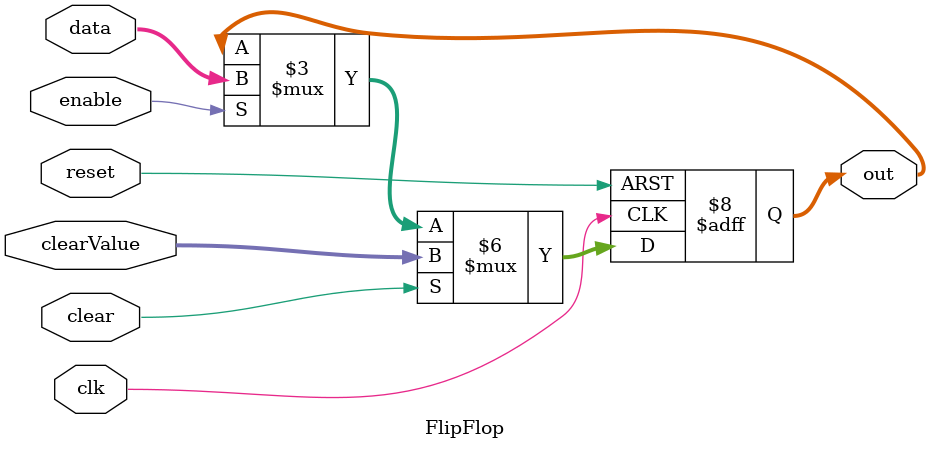
<source format=v>
`timescale 1ns / 1ps
module FlipFlop #(parameter N=100)(
	input clk,
	input [N-1:0] data,
	input [N-1:0] clearValue,
	input enable,
	input reset,
	input clear,
	output reg [N-1:0]out);

	
	always @ ( posedge clk or negedge reset)
	if (~reset) begin
		out <= {N{1'b0}};
	end else begin
		if (clear) begin
			out<=clearValue;
		end else if (enable) begin
			out <= data;
		end
	end	 
endmodule

</source>
